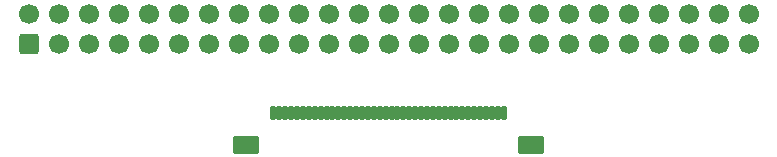
<source format=gbr>
%TF.GenerationSoftware,KiCad,Pcbnew,7.0.7*%
%TF.CreationDate,2023-09-18T17:27:43-04:00*%
%TF.ProjectId,N64 Cart FFC WRONG WAY,4e363420-4361-4727-9420-464643205752,rev?*%
%TF.SameCoordinates,Original*%
%TF.FileFunction,Soldermask,Top*%
%TF.FilePolarity,Negative*%
%FSLAX46Y46*%
G04 Gerber Fmt 4.6, Leading zero omitted, Abs format (unit mm)*
G04 Created by KiCad (PCBNEW 7.0.7) date 2023-09-18 17:27:43*
%MOMM*%
%LPD*%
G01*
G04 APERTURE LIST*
G04 Aperture macros list*
%AMRoundRect*
0 Rectangle with rounded corners*
0 $1 Rounding radius*
0 $2 $3 $4 $5 $6 $7 $8 $9 X,Y pos of 4 corners*
0 Add a 4 corners polygon primitive as box body*
4,1,4,$2,$3,$4,$5,$6,$7,$8,$9,$2,$3,0*
0 Add four circle primitives for the rounded corners*
1,1,$1+$1,$2,$3*
1,1,$1+$1,$4,$5*
1,1,$1+$1,$6,$7*
1,1,$1+$1,$8,$9*
0 Add four rect primitives between the rounded corners*
20,1,$1+$1,$2,$3,$4,$5,0*
20,1,$1+$1,$4,$5,$6,$7,0*
20,1,$1+$1,$6,$7,$8,$9,0*
20,1,$1+$1,$8,$9,$2,$3,0*%
G04 Aperture macros list end*
%ADD10RoundRect,0.076200X-0.150000X-0.500000X0.150000X-0.500000X0.150000X0.500000X-0.150000X0.500000X0*%
%ADD11RoundRect,0.076200X-1.000000X-0.650000X1.000000X-0.650000X1.000000X0.650000X-1.000000X0.650000X0*%
%ADD12RoundRect,0.250000X0.600000X-0.600000X0.600000X0.600000X-0.600000X0.600000X-0.600000X-0.600000X0*%
%ADD13C,1.700000*%
G04 APERTURE END LIST*
D10*
%TO.C,J2*%
X150250000Y-98575000D03*
X150750000Y-98575000D03*
X151250000Y-98575000D03*
X151750000Y-98575000D03*
X152250000Y-98575000D03*
X152750000Y-98575000D03*
X153250000Y-98575000D03*
X153750000Y-98575000D03*
X154250000Y-98575000D03*
X154750000Y-98575000D03*
X155250000Y-98575000D03*
X155750000Y-98575000D03*
X156250000Y-98575000D03*
X156750000Y-98575000D03*
X157250000Y-98575000D03*
X157750000Y-98575000D03*
X158250000Y-98575000D03*
X158750000Y-98575000D03*
X159250000Y-98575000D03*
X159750000Y-98575000D03*
X160250000Y-98575000D03*
X160750000Y-98575000D03*
X161250000Y-98575000D03*
X161750000Y-98575000D03*
X162250000Y-98575000D03*
X162750000Y-98575000D03*
X163250000Y-98575000D03*
X163750000Y-98575000D03*
X164250000Y-98575000D03*
X164750000Y-98575000D03*
X165250000Y-98575000D03*
X165750000Y-98575000D03*
X166250000Y-98575000D03*
X166750000Y-98575000D03*
X167250000Y-98575000D03*
X167750000Y-98575000D03*
X168250000Y-98575000D03*
X168750000Y-98575000D03*
X169250000Y-98575000D03*
X169750000Y-98575000D03*
D11*
X147950000Y-101275000D03*
X172050000Y-101275000D03*
%TD*%
D12*
%TO.C,J1*%
X129520000Y-92752500D03*
D13*
X129520000Y-90212500D03*
X132060000Y-92752500D03*
X132060000Y-90212500D03*
X134600000Y-92752500D03*
X134600000Y-90212500D03*
X137140000Y-92752500D03*
X137140000Y-90212500D03*
X139680000Y-92752500D03*
X139680000Y-90212500D03*
X142220000Y-92752500D03*
X142220000Y-90212500D03*
X144760000Y-92752500D03*
X144760000Y-90212500D03*
X147300000Y-92752500D03*
X147300000Y-90212500D03*
X149840000Y-92752500D03*
X149840000Y-90212500D03*
X152380000Y-92752500D03*
X152380000Y-90212500D03*
X154920000Y-92752500D03*
X154920000Y-90212500D03*
X157460000Y-92752500D03*
X157460000Y-90212500D03*
X160000000Y-92752500D03*
X160000000Y-90212500D03*
X162540000Y-92752500D03*
X162540000Y-90212500D03*
X165080000Y-92752500D03*
X165080000Y-90212500D03*
X167620000Y-92752500D03*
X167620000Y-90212500D03*
X170160000Y-92752500D03*
X170160000Y-90212500D03*
X172700000Y-92752500D03*
X172700000Y-90212500D03*
X175240000Y-92752500D03*
X175240000Y-90212500D03*
X177780000Y-92752500D03*
X177780000Y-90212500D03*
X180320000Y-92752500D03*
X180320000Y-90212500D03*
X182860000Y-92752500D03*
X182860000Y-90212500D03*
X185400000Y-92752500D03*
X185400000Y-90212500D03*
X187940000Y-92752500D03*
X187940000Y-90212500D03*
X190480000Y-92752500D03*
X190480000Y-90212500D03*
%TD*%
M02*

</source>
